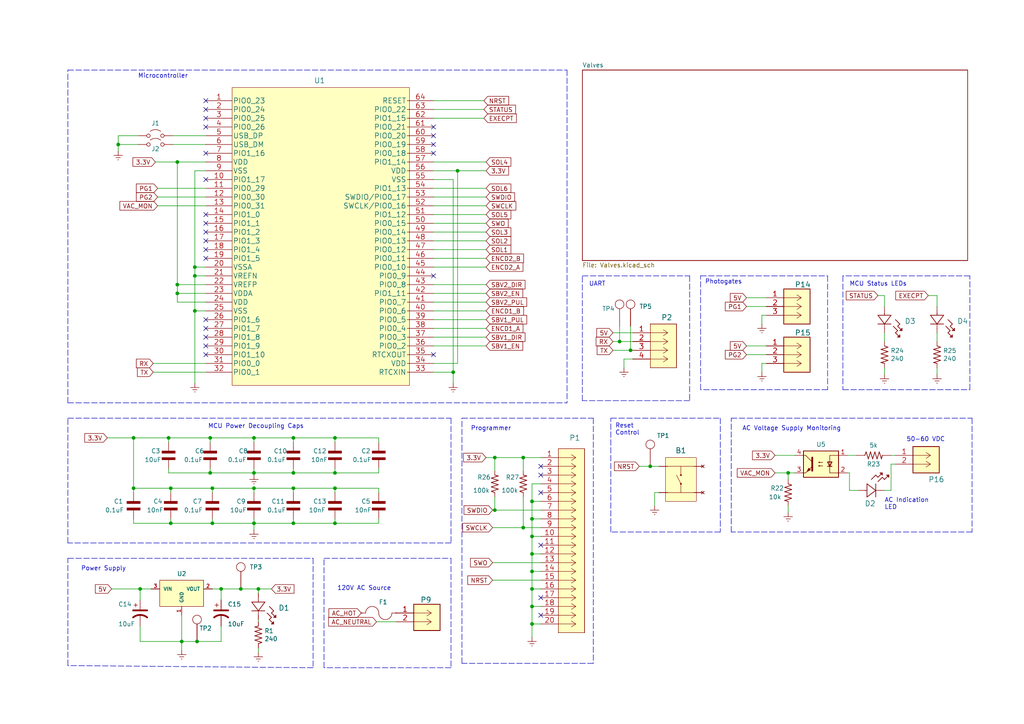
<source format=kicad_sch>
(kicad_sch (version 20211123) (generator eeschema)
  (paper "A4")
  (title_block (title "L0005 Valve Controller") (date "2021-12-25") (rev "1.0") (company "Sun Devil Rocketry ") (comment 1 "Avionics Team") (comment 2 "Author: Colton Acosta"))
  (lib_symbols
    (symbol "Engine-Controller:RES_0805" (pin_numbers hide) (pin_names (offset 1.016) hide)
      (property "Reference" "R" (at -1.27 1.27 0))
      (property "Value" "Engine-Controller_RES_0805" (at -3.81 -2.54 0))
      (symbol "RES_0805_0_0"
        (pin passive line (at -5.08 0 0) (length 2.54) (name "~") (number "1"))
        (pin passive line (at 5.08 0 180) (length 2.54) (name "~") (number "2"))
      )
    )
    (symbol "L0005-Valve-Controller:0678L9100-02" (pin_numbers hide) (pin_names (offset 1.016) hide)
      (property "Reference" "F" (at -5.08 2.54 0))
      (symbol "0678L9100-02_0_0"
        (pin passive line (at -5.08 0 0) (length 0.254) (name "~") (number "1"))
        (pin passive line (at 5.08 0 180) (length 0.254) (name "~") (number "2"))
      )
    )
    (symbol "L0005-Valve-Controller:140-504-415-000" (pin_names (offset 0.254) hide)
      (property "Reference" "P" (at 7.62 5.08 0))
      (symbol "140-504-415-000_1_1"
        (pin passive line (at 0 0 0) (length 5.08) (name "+12V") (number "1"))
        (pin passive line (at 0 -2.54 0) (length 5.08) (name "GND") (number "2"))
        (pin passive line (at 0 -5.08 0) (length 5.08) (name "3") (number "3"))
        (pin passive line (at 0 -7.62 0) (length 5.08) (name "4") (number "4"))
      )
    )
    (symbol "L0005-Valve-Controller:3220-20-0200-00" (pin_names (offset 0.254) hide)
      (property "Reference" "P" (at 8.89 6.35 0))
      (symbol "3220-20-0200-00_1_1"
        (pin passive line (at 0 0 0) (length 5.08) (name "1") (number "1"))
        (pin passive line (at 0 -22.86 0) (length 5.08) (name "10") (number "10"))
        (pin passive line (at 0 -25.4 0) (length 5.08) (name "11") (number "11"))
        (pin passive line (at 0 -27.94 0) (length 5.08) (name "12") (number "12"))
        (pin passive line (at 0 -30.48 0) (length 5.08) (name "13") (number "13"))
        (pin passive line (at 0 -33.02 0) (length 5.08) (name "14") (number "14"))
        (pin passive line (at 0 -35.56 0) (length 5.08) (name "15") (number "15"))
        (pin passive line (at 0 -38.1 0) (length 5.08) (name "16") (number "16"))
        (pin passive line (at 0 -40.64 0) (length 5.08) (name "17") (number "17"))
        (pin passive line (at 0 -43.18 0) (length 5.08) (name "18") (number "18"))
        (pin passive line (at 0 -45.72 0) (length 5.08) (name "19") (number "19"))
        (pin passive line (at 0 -2.54 0) (length 5.08) (name "2") (number "2"))
        (pin passive line (at 0 -48.26 0) (length 5.08) (name "20") (number "20"))
        (pin passive line (at 0 -5.08 0) (length 5.08) (name "3") (number "3"))
        (pin passive line (at 0 -7.62 0) (length 5.08) (name "4") (number "4"))
        (pin passive line (at 0 -10.16 0) (length 5.08) (name "5") (number "5"))
        (pin passive line (at 0 -12.7 0) (length 5.08) (name "6") (number "6"))
        (pin passive line (at 0 -15.24 0) (length 5.08) (name "7") (number "7"))
        (pin passive line (at 0 -17.78 0) (length 5.08) (name "8") (number "8"))
        (pin passive line (at 0 -20.32 0) (length 5.08) (name "9") (number "9"))
      )
    )
    (symbol "L0005-Valve-Controller:647676-2" (pin_names (offset 0.254) hide)
      (property "Reference" "P" (at 6.35 5.08 0))
      (symbol "647676-2_1_1"
        (pin passive line (at 0 0 0) (length 5.08) (name "1") (number "1"))
        (pin passive line (at 0 -2.54 0) (length 5.08) (name "2") (number "2"))
      )
    )
    (symbol "L0005-Valve-Controller:647676-3" (pin_names (offset 0.254) hide)
      (property "Reference" "P" (at 6.35 5.08 0))
      (symbol "647676-3_1_1"
        (pin passive line (at 0 0 0) (length 5.08) (name "1") (number "1"))
        (pin passive line (at 0 -2.54 0) (length 5.08) (name "2") (number "2"))
        (pin passive line (at 0 -5.08 0) (length 5.08) (name "3") (number "3"))
      )
    )
    (symbol "L0005-Valve-Controller:CAP_0603" (pin_numbers hide) (pin_names (offset 1.016) hide)
      (property "Reference" "C" (at -1.27 3.81 0))
      (property "Value" "CAP_0603" (at -3.81 -3.81 0))
      (symbol "CAP_0603_0_0"
        (pin passive line (at 3.81 0 180) (length 2.54) (name "~") (number "1"))
        (pin passive line (at -3.81 0 0) (length 2.54) (name "~") (number "2"))
      )
    )
    (symbol "L0005-Valve-Controller:CAP_Polar" (pin_numbers hide) (pin_names (offset 0.254) hide)
      (property "Reference" "C" (at 0.635 2.54 0))
      (property "Value" "CAP_Polar" (at 0.635 -2.54 0))
      (symbol "CAP_Polar_1_1"
        (pin passive line (at 0 3.81 270) (length 2.794) (name "~") (number "1"))
        (pin passive line (at 0 -3.81 90) (length 3.302) (name "~") (number "2"))
      )
    )
    (symbol "L0005-Valve-Controller:Earth" (power) (pin_names (offset 0))
      (symbol "Earth_1_1"
        (pin power_in line (at 0 0 270) (length 0) hide (name "Earth") (number "1"))
      )
    )
    (symbol "L0005-Valve-Controller:Jumper_NO" (pin_numbers hide) (pin_names (offset 0) hide)
      (property "Reference" "J" (at 0 2.794 0))
      (symbol "Jumper_NO_1_1"
        (pin passive line (at -5.08 0 0) (length 2.54) (name "A") (number "1"))
        (pin passive line (at 5.08 0 180) (length 2.54) (name "B") (number "2"))
      )
    )
    (symbol "L0005-Valve-Controller:LED_AMBER" (pin_numbers hide) (pin_names hide)
      (property "Reference" "D" (at 3.81 5.08 0))
      (symbol "LED_AMBER_1_1"
        (pin passive line (at 0 -2.54 90) (length 1.27) (name "1") (number "1"))
        (pin passive line (at 0 5.08 270) (length 1.27) (name "2") (number "2"))
      )
    )
    (symbol "L0005-Valve-Controller:LED_GREEN" (pin_numbers hide) (pin_names hide)
      (property "Reference" "D" (at 3.81 5.08 0))
      (symbol "LED_GREEN_1_1"
        (pin passive line (at 0 -2.54 90) (length 1.27) (name "1") (number "1"))
        (pin passive line (at 0 5.08 270) (length 1.27) (name "2") (number "2"))
      )
    )
    (symbol "L0005-Valve-Controller:LED_RED" (pin_numbers hide) (pin_names hide)
      (property "Reference" "D" (at 3.81 5.08 0))
      (symbol "LED_RED_1_1"
        (pin passive line (at 0 -2.54 90) (length 1.27) (name "1") (number "1"))
        (pin passive line (at 0 5.08 270) (length 1.27) (name "2") (number "2"))
      )
    )
    (symbol "L0005-Valve-Controller:LMS8117AMP-3.3_NOPB" (pin_names (offset 1.016))
      (property "Reference" "U" (at -1.27 5.08 0))
      (symbol "LMS8117AMP-3.3_NOPB_1_1"
        (pin input line (at 0 -6.35 90) (length 2.54) (name "GND") (number "1"))
        (pin output line (at 8.89 1.27 180) (length 2.54) (name "VOUT") (number "2"))
        (pin input line (at -8.89 1.27 0) (length 2.54) (name "VIN") (number "3"))
      )
    )
    (symbol "L0005-Valve-Controller:LPC54113J256BD64QL" (pin_names (offset 0.254))
      (property "Reference" "U" (at -0.635 48.26 0))
      (symbol "LPC54113J256BD64QL_1_1"
        (pin bidirectional line (at -33.655 38.1 0) (length 7.62) (name "PIO0_23") (number "1"))
        (pin bidirectional line (at -33.655 15.24 0) (length 7.62) (name "PIO1_17") (number "10"))
        (pin bidirectional line (at -33.655 12.7 0) (length 7.62) (name "PIO0_29") (number "11"))
        (pin bidirectional line (at -33.655 10.16 0) (length 7.62) (name "PIO0_30") (number "12"))
        (pin bidirectional line (at -33.655 7.62 0) (length 7.62) (name "PIO0_31") (number "13"))
        (pin bidirectional line (at -33.655 5.08 0) (length 7.62) (name "PIO1_0") (number "14"))
        (pin bidirectional line (at -33.655 2.54 0) (length 7.62) (name "PIO1_1") (number "15"))
        (pin bidirectional line (at -33.655 0 0) (length 7.62) (name "PIO1_2") (number "16"))
        (pin bidirectional line (at -33.655 -2.54 0) (length 7.62) (name "PIO1_3") (number "17"))
        (pin bidirectional line (at -33.655 -5.08 0) (length 7.62) (name "PIO1_4") (number "18"))
        (pin bidirectional line (at -33.655 -7.62 0) (length 7.62) (name "PIO1_5") (number "19"))
        (pin bidirectional line (at -33.655 35.56 0) (length 7.62) (name "PIO0_24") (number "2"))
        (pin power_in line (at -33.655 -10.16 0) (length 7.62) (name "VSSA") (number "20"))
        (pin power_in line (at -33.655 -12.7 0) (length 7.62) (name "VREFN") (number "21"))
        (pin power_in line (at -33.655 -15.24 0) (length 7.62) (name "VREFP") (number "22"))
        (pin power_in line (at -33.655 -17.78 0) (length 7.62) (name "VDDA") (number "23"))
        (pin power_in line (at -33.655 -20.32 0) (length 7.62) (name "VDD") (number "24"))
        (pin power_in line (at -33.655 -22.86 0) (length 7.62) (name "VSS") (number "25"))
        (pin bidirectional line (at -33.655 -25.4 0) (length 7.62) (name "PIO1_6") (number "26"))
        (pin bidirectional line (at -33.655 -27.94 0) (length 7.62) (name "PIO1_7") (number "27"))
        (pin bidirectional line (at -33.655 -30.48 0) (length 7.62) (name "PIO1_8") (number "28"))
        (pin bidirectional line (at -33.655 -33.02 0) (length 7.62) (name "PIO1_9") (number "29"))
        (pin bidirectional line (at -33.655 33.02 0) (length 7.62) (name "PIO0_25") (number "3"))
        (pin bidirectional line (at -33.655 -35.56 0) (length 7.62) (name "PIO1_10") (number "30"))
        (pin bidirectional line (at -33.655 -38.1 0) (length 7.62) (name "PIO0_0") (number "31"))
        (pin bidirectional line (at -33.655 -40.64 0) (length 7.62) (name "PIO0_1") (number "32"))
        (pin input line (at 32.385 -40.64 180) (length 7.62) (name "RTCXIN") (number "33"))
        (pin power_in line (at 32.385 -38.1 180) (length 7.62) (name "VDD") (number "34"))
        (pin output line (at 32.385 -35.56 180) (length 7.62) (name "RTCXOUT") (number "35"))
        (pin bidirectional line (at 32.385 -33.02 180) (length 7.62) (name "PIO0_2") (number "36"))
        (pin bidirectional line (at 32.385 -30.48 180) (length 7.62) (name "PIO0_3") (number "37"))
        (pin bidirectional line (at 32.385 -27.94 180) (length 7.62) (name "PIO0_4") (number "38"))
        (pin bidirectional line (at 32.385 -25.4 180) (length 7.62) (name "PIO0_5") (number "39"))
        (pin bidirectional line (at -33.655 30.48 0) (length 7.62) (name "PIO0_26") (number "4"))
        (pin bidirectional line (at 32.385 -22.86 180) (length 7.62) (name "PIO0_6") (number "40"))
        (pin bidirectional line (at 32.385 -20.32 180) (length 7.62) (name "PIO0_7") (number "41"))
        (pin bidirectional line (at 32.385 -17.78 180) (length 7.62) (name "PIO1_11") (number "42"))
        (pin bidirectional line (at 32.385 -15.24 180) (length 7.62) (name "PIO0_8") (number "43"))
        (pin bidirectional line (at 32.385 -12.7 180) (length 7.62) (name "PIO0_9") (number "44"))
        (pin bidirectional line (at 32.385 -10.16 180) (length 7.62) (name "PIO0_10") (number "45"))
        (pin bidirectional line (at 32.385 -7.62 180) (length 7.62) (name "PIO0_11") (number "46"))
        (pin bidirectional line (at 32.385 -5.08 180) (length 7.62) (name "PIO0_12") (number "47"))
        (pin bidirectional line (at 32.385 -2.54 180) (length 7.62) (name "PIO0_13") (number "48"))
        (pin bidirectional line (at 32.385 0 180) (length 7.62) (name "PIO0_14") (number "49"))
        (pin bidirectional line (at -33.655 27.94 0) (length 7.62) (name "USB_DP") (number "5"))
        (pin bidirectional line (at 32.385 2.54 180) (length 7.62) (name "PIO0_15") (number "50"))
        (pin bidirectional line (at 32.385 5.08 180) (length 7.62) (name "PIO1_12") (number "51"))
        (pin bidirectional line (at 32.385 7.62 180) (length 7.62) (name "SWCLK/PIO0_16") (number "52"))
        (pin bidirectional line (at 32.385 10.16 180) (length 7.62) (name "SWDIO/PIO0_17") (number "53"))
        (pin bidirectional line (at 32.385 12.7 180) (length 7.62) (name "PIO1_13") (number "54"))
        (pin power_in line (at 32.385 15.24 180) (length 7.62) (name "VSS") (number "55"))
        (pin power_in line (at 32.385 17.78 180) (length 7.62) (name "VDD") (number "56"))
        (pin bidirectional line (at 32.385 20.32 180) (length 7.62) (name "PIO1_14") (number "57"))
        (pin bidirectional line (at 32.385 22.86 180) (length 7.62) (name "PIO0_18") (number "58"))
        (pin bidirectional line (at 32.385 25.4 180) (length 7.62) (name "PIO0_19") (number "59"))
        (pin bidirectional line (at -33.655 25.4 0) (length 7.62) (name "USB_DM") (number "6"))
        (pin bidirectional line (at 32.385 27.94 180) (length 7.62) (name "PIO0_20") (number "60"))
        (pin bidirectional line (at 32.385 30.48 180) (length 7.62) (name "PIO0_21") (number "61"))
        (pin bidirectional line (at 32.385 33.02 180) (length 7.62) (name "PIO1_15") (number "62"))
        (pin bidirectional line (at 32.385 35.56 180) (length 7.62) (name "PIO0_22") (number "63"))
        (pin input line (at 32.385 38.1 180) (length 7.62) (name "RESET") (number "64"))
        (pin bidirectional line (at -33.655 22.86 0) (length 7.62) (name "PIO1_16") (number "7"))
        (pin power_in line (at -33.655 20.32 0) (length 7.62) (name "VDD") (number "8"))
        (pin power_in line (at -33.655 17.78 0) (length 7.62) (name "VSS") (number "9"))
      )
    )
    (symbol "L0005-Valve-Controller:Optocoupler" (pin_names (offset 1.016))
      (property "Reference" "U" (at -5.08 5.08 0))
      (symbol "Optocoupler_1_1"
        (pin passive line (at -7.62 2.54 0) (length 2.54) (name "~") (number "1"))
        (pin passive line (at -7.62 -2.54 0) (length 2.54) (name "~") (number "2"))
        (pin passive line (at 7.62 -2.54 180) (length 2.54) (name "~") (number "3"))
        (pin passive line (at 7.62 2.54 180) (length 2.54) (name "~") (number "4"))
      )
    )
    (symbol "L0005-Valve-Controller:PTS647SM38SMTR2LFS" (pin_numbers hide) (pin_names (offset 0.254) hide)
      (property "Reference" "B" (at -1.27 8.89 0))
      (symbol "PTS647SM38SMTR2LFS_1_1"
        (pin passive line (at -6.35 3.81 0) (length 2.54) (name "1") (number "1"))
        (pin no_connect line (at 6.35 3.81 180) (length 2.54) (name "2") (number "2"))
        (pin passive line (at -6.35 -3.81 0) (length 2.54) (name "3") (number "3"))
        (pin no_connect line (at 6.35 -3.81 180) (length 2.54) (name "4") (number "4"))
      )
    )
    (symbol "L0005-Valve-Controller:RES_0603" (pin_numbers hide) (pin_names (offset 1.016) hide)
      (property "Reference" "R" (at -1.27 1.27 0))
      (property "Value" "RES_0603" (at -3.81 -2.54 0))
      (symbol "RES_0603_0_0"
        (pin passive line (at -3.81 0 0) (length 1.27) (name "~") (number "1"))
        (pin passive line (at 3.81 0 180) (length 1.27) (name "~") (number "2"))
      )
    )
    (symbol "L0005-Valve-Controller:TP" (pin_numbers hide) (pin_names (offset 1.016) hide)
      (property "Reference" "TP" (at 0 8.89 0))
      (symbol "TP_1_1"
        (pin passive line (at 0 0 90) (length 5.08) (name "~") (number "1"))
      )
    )
  )
  (junction (at 85.09 127))
  (junction (at 154.305 145.415))
  (junction (at 48.895 127))
  (junction (at 143.51 147.955))
  (junction (at 64.135 170.815))
  (junction (at 73.66 137.16))
  (junction (at 61.595 141.605))
  (junction (at 182.88 101.6))
  (junction (at 131.445 107.95))
  (junction (at 61.595 151.765))
  (junction (at 51.435 46.99))
  (junction (at 154.305 155.575))
  (junction (at 73.66 141.605))
  (junction (at 97.155 141.605))
  (junction (at 97.155 151.765))
  (junction (at 179.705 99.06))
  (junction (at 143.51 132.715))
  (junction (at 97.155 137.16))
  (junction (at 57.15 186.055))
  (junction (at 188.595 135.255))
  (junction (at 97.155 127))
  (junction (at 49.53 151.765))
  (junction (at 151.765 132.715))
  (junction (at 154.305 180.975))
  (junction (at 154.305 175.895))
  (junction (at 49.53 141.605))
  (junction (at 151.765 153.035))
  (junction (at 56.515 80.01))
  (junction (at 154.305 170.815))
  (junction (at 154.305 165.735))
  (junction (at 132.715 49.53))
  (junction (at 73.66 151.765))
  (junction (at 38.735 127))
  (junction (at 154.305 160.655))
  (junction (at 73.66 127))
  (junction (at 85.09 141.605))
  (junction (at 85.09 151.765))
  (junction (at 51.435 85.09))
  (junction (at 228.6 137.16))
  (junction (at 74.93 170.815))
  (junction (at 38.735 141.605))
  (junction (at 56.515 77.47))
  (junction (at 51.435 82.55))
  (junction (at 85.09 137.16))
  (junction (at 154.305 150.495))
  (junction (at 60.96 137.16))
  (junction (at 40.64 170.815))
  (junction (at 52.705 186.055))
  (junction (at 60.96 127))
  (junction (at 69.85 170.815))
  (junction (at 56.515 90.17))
  (junction (at 34.29 41.91))
  (no_connect (at 59.69 97.79))
  (no_connect (at 156.845 137.795))
  (no_connect (at 59.69 92.71))
  (no_connect (at 59.69 95.25))
  (no_connect (at 59.69 34.29))
  (no_connect (at 59.69 74.93))
  (no_connect (at 59.69 102.87))
  (no_connect (at 59.69 52.07))
  (no_connect (at 59.69 64.77))
  (no_connect (at 59.69 72.39))
  (no_connect (at 59.69 44.45))
  (no_connect (at 156.845 142.875))
  (no_connect (at 125.73 80.01))
  (no_connect (at 59.69 62.23))
  (no_connect (at 59.69 100.33))
  (no_connect (at 59.69 67.31))
  (no_connect (at 125.73 39.37))
  (no_connect (at 125.73 36.83))
  (no_connect (at 59.69 31.75))
  (no_connect (at 59.69 29.21))
  (no_connect (at 156.845 135.255))
  (no_connect (at 59.69 36.83))
  (no_connect (at 156.845 178.435))
  (no_connect (at 125.73 44.45))
  (no_connect (at 125.73 102.87))
  (no_connect (at 125.73 41.91))
  (no_connect (at 156.845 173.355))
  (no_connect (at 59.69 69.85))
  (no_connect (at 156.845 158.115))
  (polyline (pts (xy 90.805 161.925) (xy 90.805 193.675)))
  (wire (pts (xy 156.845 147.955) (xy 143.51 147.955)))
  (wire (pts (xy 140.97 72.39) (xy 125.73 72.39)))
  (wire (pts (xy 40.64 181.61) (xy 40.64 186.055)))
  (wire (pts (xy 140.97 90.17) (xy 125.73 90.17)))
  (wire (pts (xy 74.93 189.23) (xy 74.93 187.96)))
  (wire (pts (xy 60.96 128.27) (xy 60.96 127)))
  (polyline (pts (xy 172.085 121.285) (xy 172.085 192.405)))
  (wire (pts (xy 143.51 132.715) (xy 143.51 136.525)))
  (wire (pts (xy 182.88 101.6) (xy 183.515 101.6)))
  (wire (pts (xy 32.385 170.815) (xy 40.64 170.815)))
  (polyline (pts (xy 244.475 80.01) (xy 244.475 113.03)))
  (wire (pts (xy 189.865 146.685) (xy 189.865 142.875)))
  (wire (pts (xy 97.155 137.16) (xy 97.155 135.89)))
  (wire (pts (xy 125.73 77.47) (xy 140.97 77.47)))
  (wire (pts (xy 179.705 94.615) (xy 179.705 99.06)))
  (wire (pts (xy 38.735 141.605) (xy 49.53 141.605)))
  (polyline (pts (xy 172.085 192.405) (xy 133.985 192.405)))
  (wire (pts (xy 156.845 165.735) (xy 154.305 165.735)))
  (wire (pts (xy 182.88 94.615) (xy 182.88 101.6)))
  (wire (pts (xy 189.865 142.875) (xy 191.135 142.875)))
  (wire (pts (xy 49.53 141.605) (xy 49.53 142.875)))
  (polyline (pts (xy 212.09 154.305) (xy 212.09 121.285)))
  (wire (pts (xy 56.515 80.01) (xy 56.515 90.17)))
  (wire (pts (xy 109.855 137.16) (xy 109.855 135.89)))
  (wire (pts (xy 140.97 59.69) (xy 125.73 59.69)))
  (wire (pts (xy 143.51 144.145) (xy 143.51 147.955)))
  (polyline (pts (xy 19.685 116.84) (xy 164.465 116.84)))
  (polyline (pts (xy 244.475 113.03) (xy 281.305 113.03)))
  (wire (pts (xy 38.735 141.605) (xy 38.735 127)))
  (wire (pts (xy 224.79 137.16) (xy 228.6 137.16)))
  (wire (pts (xy 132.715 105.41) (xy 125.73 105.41)))
  (wire (pts (xy 38.735 151.765) (xy 49.53 151.765)))
  (wire (pts (xy 140.97 57.15) (xy 125.73 57.15)))
  (wire (pts (xy 45.72 54.61) (xy 59.69 54.61)))
  (wire (pts (xy 156.845 140.335) (xy 154.305 140.335)))
  (wire (pts (xy 59.69 77.47) (xy 56.515 77.47)))
  (wire (pts (xy 220.98 105.41) (xy 222.25 105.41)))
  (wire (pts (xy 60.96 127) (xy 73.66 127)))
  (polyline (pts (xy 177.165 121.285) (xy 208.915 121.285)))
  (wire (pts (xy 246.38 137.16) (xy 245.745 137.16)))
  (wire (pts (xy 180.975 106.68) (xy 180.975 104.14)))
  (wire (pts (xy 61.595 150.495) (xy 61.595 151.765)))
  (wire (pts (xy 64.135 186.055) (xy 64.135 181.61)))
  (wire (pts (xy 73.66 151.765) (xy 73.66 153.67)))
  (wire (pts (xy 179.705 99.06) (xy 183.515 99.06)))
  (wire (pts (xy 52.705 188.595) (xy 52.705 186.055)))
  (wire (pts (xy 38.735 150.495) (xy 38.735 151.765)))
  (wire (pts (xy 151.765 132.715) (xy 151.765 136.525)))
  (wire (pts (xy 51.435 82.55) (xy 59.69 82.55)))
  (polyline (pts (xy 130.81 161.925) (xy 130.81 193.675)))
  (wire (pts (xy 216.535 100.33) (xy 222.25 100.33)))
  (polyline (pts (xy 168.91 80.01) (xy 200.025 80.01)))
  (wire (pts (xy 125.73 74.93) (xy 140.97 74.93)))
  (wire (pts (xy 85.09 127) (xy 97.155 127)))
  (wire (pts (xy 38.735 142.875) (xy 38.735 141.605)))
  (wire (pts (xy 59.69 49.53) (xy 56.515 49.53)))
  (wire (pts (xy 177.8 96.52) (xy 183.515 96.52)))
  (wire (pts (xy 156.845 175.895) (xy 154.305 175.895)))
  (wire (pts (xy 156.845 145.415) (xy 154.305 145.415)))
  (wire (pts (xy 61.595 170.815) (xy 64.135 170.815)))
  (polyline (pts (xy 130.81 157.48) (xy 19.685 157.48)))
  (wire (pts (xy 85.09 137.16) (xy 97.155 137.16)))
  (wire (pts (xy 248.92 142.24) (xy 246.38 142.24)))
  (wire (pts (xy 156.845 160.655) (xy 154.305 160.655)))
  (wire (pts (xy 154.305 155.575) (xy 154.305 160.655)))
  (wire (pts (xy 140.335 34.29) (xy 125.73 34.29)))
  (wire (pts (xy 156.845 153.035) (xy 151.765 153.035)))
  (wire (pts (xy 228.6 139.065) (xy 228.6 137.16)))
  (wire (pts (xy 151.765 153.035) (xy 142.875 153.035)))
  (wire (pts (xy 73.66 150.495) (xy 73.66 151.765)))
  (wire (pts (xy 64.135 173.99) (xy 64.135 170.815)))
  (wire (pts (xy 51.435 46.99) (xy 51.435 82.55)))
  (wire (pts (xy 125.73 46.99) (xy 140.97 46.99)))
  (wire (pts (xy 258.445 142.24) (xy 258.445 134.62)))
  (wire (pts (xy 85.09 151.765) (xy 97.155 151.765)))
  (wire (pts (xy 246.38 142.24) (xy 246.38 137.16)))
  (wire (pts (xy 59.69 80.01) (xy 56.515 80.01)))
  (wire (pts (xy 48.895 128.27) (xy 48.895 127)))
  (wire (pts (xy 61.595 141.605) (xy 49.53 141.605)))
  (wire (pts (xy 73.66 142.875) (xy 73.66 141.605)))
  (polyline (pts (xy 240.03 113.03) (xy 203.2 113.03)))
  (wire (pts (xy 125.73 49.53) (xy 132.715 49.53)))
  (polyline (pts (xy 90.805 193.675) (xy 19.685 193.04)))
  (wire (pts (xy 34.29 39.37) (xy 40.005 39.37)))
  (wire (pts (xy 156.845 150.495) (xy 154.305 150.495)))
  (polyline (pts (xy 164.465 20.32) (xy 164.465 116.84)))
  (wire (pts (xy 151.765 132.715) (xy 156.845 132.715)))
  (polyline (pts (xy 208.915 154.305) (xy 177.165 154.305)))
  (wire (pts (xy 49.53 151.765) (xy 49.53 150.495)))
  (wire (pts (xy 97.155 141.605) (xy 97.155 142.875)))
  (wire (pts (xy 34.29 41.91) (xy 34.29 39.37)))
  (wire (pts (xy 125.73 64.77) (xy 140.97 64.77)))
  (wire (pts (xy 74.93 180.34) (xy 74.93 179.705)))
  (wire (pts (xy 185.42 135.255) (xy 188.595 135.255)))
  (wire (pts (xy 245.745 132.08) (xy 248.285 132.08)))
  (wire (pts (xy 48.895 137.16) (xy 60.96 137.16)))
  (wire (pts (xy 216.535 102.87) (xy 222.25 102.87)))
  (wire (pts (xy 109.855 127) (xy 109.855 128.27)))
  (wire (pts (xy 143.51 147.955) (xy 142.875 147.955)))
  (wire (pts (xy 140.97 97.79) (xy 125.73 97.79)))
  (polyline (pts (xy 19.685 121.285) (xy 130.81 121.285)))
  (wire (pts (xy 109.22 180.34) (xy 114.935 180.34)))
  (wire (pts (xy 140.97 132.715) (xy 143.51 132.715)))
  (wire (pts (xy 48.895 127) (xy 60.96 127)))
  (wire (pts (xy 59.69 87.63) (xy 51.435 87.63)))
  (wire (pts (xy 40.64 170.815) (xy 43.815 170.815)))
  (wire (pts (xy 220.98 107.95) (xy 220.98 105.41)))
  (wire (pts (xy 228.6 146.685) (xy 228.6 148.59)))
  (wire (pts (xy 125.73 87.63) (xy 140.97 87.63)))
  (wire (pts (xy 125.73 69.85) (xy 140.97 69.85)))
  (polyline (pts (xy 19.685 193.04) (xy 19.685 161.925)))
  (wire (pts (xy 52.705 186.055) (xy 52.705 178.435)))
  (wire (pts (xy 85.09 141.605) (xy 73.66 141.605)))
  (wire (pts (xy 59.69 90.17) (xy 56.515 90.17)))
  (wire (pts (xy 143.51 132.715) (xy 151.765 132.715)))
  (polyline (pts (xy 200.025 80.01) (xy 200.025 116.205)))
  (polyline (pts (xy 208.915 121.285) (xy 208.915 154.305)))
  (wire (pts (xy 40.64 186.055) (xy 52.705 186.055)))
  (wire (pts (xy 85.09 142.875) (xy 85.09 141.605)))
  (wire (pts (xy 52.705 186.055) (xy 57.15 186.055)))
  (wire (pts (xy 40.64 173.99) (xy 40.64 170.815)))
  (wire (pts (xy 69.85 170.815) (xy 74.93 170.815)))
  (wire (pts (xy 60.96 137.16) (xy 73.66 137.16)))
  (wire (pts (xy 51.435 46.99) (xy 59.69 46.99)))
  (wire (pts (xy 109.855 151.765) (xy 109.855 150.495)))
  (wire (pts (xy 56.515 77.47) (xy 56.515 80.01)))
  (wire (pts (xy 50.165 39.37) (xy 59.69 39.37)))
  (wire (pts (xy 216.535 86.36) (xy 222.25 86.36)))
  (polyline (pts (xy 200.025 116.205) (xy 168.91 116.205)))
  (wire (pts (xy 50.165 41.91) (xy 59.69 41.91)))
  (polyline (pts (xy 19.685 20.32) (xy 164.465 20.32)))
  (wire (pts (xy 59.69 105.41) (xy 44.45 105.41)))
  (wire (pts (xy 97.155 151.765) (xy 109.855 151.765)))
  (wire (pts (xy 51.435 82.55) (xy 51.435 85.09)))
  (wire (pts (xy 85.09 150.495) (xy 85.09 151.765)))
  (wire (pts (xy 154.305 140.335) (xy 154.305 145.415)))
  (wire (pts (xy 73.66 127) (xy 85.09 127)))
  (wire (pts (xy 156.845 155.575) (xy 154.305 155.575)))
  (wire (pts (xy 85.09 151.765) (xy 73.66 151.765)))
  (wire (pts (xy 45.085 46.99) (xy 51.435 46.99)))
  (wire (pts (xy 51.435 85.09) (xy 59.69 85.09)))
  (wire (pts (xy 109.855 141.605) (xy 109.855 142.875)))
  (wire (pts (xy 140.97 62.23) (xy 125.73 62.23)))
  (wire (pts (xy 140.97 95.25) (xy 125.73 95.25)))
  (polyline (pts (xy 168.91 116.205) (xy 168.91 80.01)))
  (wire (pts (xy 85.09 135.89) (xy 85.09 137.16)))
  (wire (pts (xy 56.515 90.17) (xy 56.515 111.125)))
  (wire (pts (xy 56.515 49.53) (xy 56.515 77.47)))
  (polyline (pts (xy 203.2 113.03) (xy 203.2 80.01)))
  (wire (pts (xy 97.155 141.605) (xy 109.855 141.605)))
  (polyline (pts (xy 281.305 113.03) (xy 281.305 80.01)))
  (wire (pts (xy 60.96 135.89) (xy 60.96 137.16)))
  (wire (pts (xy 216.535 88.9) (xy 222.25 88.9)))
  (wire (pts (xy 220.98 93.98) (xy 220.98 91.44)))
  (wire (pts (xy 154.305 170.815) (xy 154.305 175.895)))
  (polyline (pts (xy 19.685 116.84) (xy 19.685 20.32)))
  (wire (pts (xy 64.135 170.815) (xy 69.85 170.815)))
  (wire (pts (xy 48.895 127) (xy 38.735 127)))
  (wire (pts (xy 188.595 135.255) (xy 191.135 135.255)))
  (wire (pts (xy 180.975 104.14) (xy 183.515 104.14)))
  (wire (pts (xy 48.895 135.89) (xy 48.895 137.16)))
  (wire (pts (xy 73.66 127) (xy 73.66 128.27)))
  (wire (pts (xy 97.155 137.16) (xy 109.855 137.16)))
  (wire (pts (xy 154.305 150.495) (xy 154.305 155.575)))
  (wire (pts (xy 256.54 108.585) (xy 256.54 106.68)))
  (wire (pts (xy 228.6 137.16) (xy 230.505 137.16)))
  (polyline (pts (xy 19.685 161.925) (xy 90.805 161.925)))
  (wire (pts (xy 154.305 165.735) (xy 154.305 170.815)))
  (polyline (pts (xy 133.985 121.285) (xy 172.085 121.285)))
  (wire (pts (xy 74.93 172.085) (xy 74.93 170.815)))
  (wire (pts (xy 224.79 132.08) (xy 230.505 132.08)))
  (wire (pts (xy 51.435 87.63) (xy 51.435 85.09)))
  (wire (pts (xy 125.73 100.33) (xy 140.97 100.33)))
  (wire (pts (xy 258.445 134.62) (xy 259.715 134.62)))
  (wire (pts (xy 256.54 142.24) (xy 258.445 142.24)))
  (wire (pts (xy 125.73 92.71) (xy 140.97 92.71)))
  (wire (pts (xy 73.66 141.605) (xy 61.595 141.605)))
  (wire (pts (xy 151.765 144.145) (xy 151.765 153.035)))
  (wire (pts (xy 132.715 49.53) (xy 140.97 49.53)))
  (wire (pts (xy 125.73 85.09) (xy 140.97 85.09)))
  (polyline (pts (xy 177.165 154.305) (xy 177.165 121.285)))
  (wire (pts (xy 59.69 107.95) (xy 44.45 107.95)))
  (wire (pts (xy 154.305 145.415) (xy 154.305 150.495)))
  (wire (pts (xy 156.845 170.815) (xy 154.305 170.815)))
  (polyline (pts (xy 93.98 161.925) (xy 130.81 161.925)))
  (wire (pts (xy 140.335 29.21) (xy 125.73 29.21)))
  (polyline (pts (xy 93.98 193.675) (xy 93.98 161.925)))
  (wire (pts (xy 34.29 43.815) (xy 34.29 41.91)))
  (wire (pts (xy 154.305 160.655) (xy 154.305 165.735)))
  (wire (pts (xy 73.66 137.795) (xy 73.66 137.16)))
  (wire (pts (xy 97.155 151.765) (xy 97.155 150.495)))
  (wire (pts (xy 74.93 170.815) (xy 78.74 170.815)))
  (wire (pts (xy 271.78 99.06) (xy 271.78 96.52)))
  (wire (pts (xy 61.595 151.765) (xy 49.53 151.765)))
  (wire (pts (xy 45.72 57.15) (xy 59.69 57.15)))
  (wire (pts (xy 125.73 82.55) (xy 140.97 82.55)))
  (wire (pts (xy 73.66 137.16) (xy 73.66 135.89)))
  (wire (pts (xy 220.98 91.44) (xy 222.25 91.44)))
  (wire (pts (xy 97.155 127) (xy 97.155 128.27)))
  (wire (pts (xy 131.445 107.95) (xy 131.445 111.125)))
  (polyline (pts (xy 203.2 80.01) (xy 240.03 80.01)))
  (polyline (pts (xy 133.985 192.405) (xy 133.985 121.285)))
  (wire (pts (xy 131.445 52.07) (xy 131.445 107.95)))
  (polyline (pts (xy 281.305 80.01) (xy 244.475 80.01)))
  (wire (pts (xy 125.73 54.61) (xy 140.97 54.61)))
  (wire (pts (xy 256.54 96.52) (xy 256.54 99.06)))
  (polyline (pts (xy 130.81 121.285) (xy 130.81 157.48)))
  (wire (pts (xy 256.54 85.725) (xy 256.54 88.9)))
  (wire (pts (xy 254.635 85.725) (xy 256.54 85.725)))
  (wire (pts (xy 177.8 99.06) (xy 179.705 99.06)))
  (wire (pts (xy 269.24 85.725) (xy 271.78 85.725)))
  (wire (pts (xy 61.595 142.875) (xy 61.595 141.605)))
  (wire (pts (xy 31.115 127) (xy 38.735 127)))
  (wire (pts (xy 57.15 186.055) (xy 64.135 186.055)))
  (wire (pts (xy 132.715 49.53) (xy 132.715 105.41)))
  (wire (pts (xy 85.09 141.605) (xy 97.155 141.605)))
  (wire (pts (xy 85.09 128.27) (xy 85.09 127)))
  (wire (pts (xy 142.875 168.275) (xy 156.845 168.275)))
  (wire (pts (xy 131.445 52.07) (xy 125.73 52.07)))
  (wire (pts (xy 156.845 163.195) (xy 142.875 163.195)))
  (wire (pts (xy 140.335 31.75) (xy 125.73 31.75)))
  (wire (pts (xy 258.445 132.08) (xy 259.715 132.08)))
  (polyline (pts (xy 212.09 121.285) (xy 281.94 121.285)))
  (wire (pts (xy 45.72 59.69) (xy 59.69 59.69)))
  (polyline (pts (xy 19.685 157.48) (xy 19.685 121.285)))
  (wire (pts (xy 154.305 175.895) (xy 154.305 180.975)))
  (polyline (pts (xy 240.03 80.01) (xy 240.03 113.03)))
  (wire (pts (xy 73.66 151.765) (xy 61.595 151.765)))
  (polyline (pts (xy 130.81 193.675) (xy 93.98 193.675)))
  (wire (pts (xy 177.8 101.6) (xy 182.88 101.6)))
  (polyline (pts (xy 281.94 154.305) (xy 212.09 154.305)))
  (polyline (pts (xy 281.94 121.285) (xy 281.94 154.305)))
  (wire (pts (xy 125.73 107.95) (xy 131.445 107.95)))
  (wire (pts (xy 34.29 41.91) (xy 40.005 41.91)))
  (wire (pts (xy 73.66 137.16) (xy 85.09 137.16)))
  (wire (pts (xy 154.305 180.975) (xy 154.305 184.785)))
  (wire (pts (xy 271.78 108.585) (xy 271.78 106.68)))
  (wire (pts (xy 271.78 85.725) (xy 271.78 88.9)))
  (wire (pts (xy 97.155 127) (xy 109.855 127)))
  (wire (pts (xy 156.845 180.975) (xy 154.305 180.975)))
  (wire (pts (xy 140.97 67.31) (xy 125.73 67.31)))
  (text "UART" (at 170.815 83.185 0) (effects (font (size 1.27 1.27)) (justify left bottom)))
  (text "Power Supply" (at 23.495 165.735 0) (effects (font (size 1.27 1.27)) (justify left bottom)))
  (text "120V AC Source" (at 97.79 171.45 0) (effects (font (size 1.27 1.27)) (justify left bottom)))
  (text "Reset \nControl" (at 178.435 126.365 0) (effects (font (size 1.27 1.27)) (justify left bottom)))
  (text "Programmer" (at 136.525 125.095 0) (effects (font (size 1.27 1.27)) (justify left bottom)))
  (text "Photogates" (at 204.47 82.55 0) (effects (font (size 1.27 1.27)) (justify left bottom)))
  (text "MCU Power Decoupling Caps" (at 60.325 124.46 0) (effects (font (size 1.27 1.27)) (justify left bottom)))
  (text "AC Indication\nLED" (at 256.54 147.955 0) (effects (font (size 1.27 1.27)) (justify left bottom)))
  (text "Microcontroller" (at 40.005 22.86 0) (effects (font (size 1.27 1.27)) (justify left bottom)))
  (text "AC Voltage Supply Monitoring" (at 215.265 125.095 0) (effects (font (size 1.27 1.27)) (justify left bottom)))
  (text "MCU Status LEDs" (at 246.38 83.185 0) (effects (font (size 1.27 1.27)) (justify left bottom)))
  (text "50-60 VDC" (at 262.89 128.27 0) (effects (font (size 1.27 1.27)) (justify left bottom)))
  (global_label "SWO" (shape input) (at 140.97 64.77 0) (property "Intersheet References" "${INTERSHEET_REFS}" (effects hide)))
  (global_label "PG1" (shape input) (at 216.535 88.9 180) (property "Intersheet References" "${INTERSHEET_REFS}" (effects hide)))
  (global_label "SBV2_DIR" (shape input) (at 140.97 82.55 0) (property "Intersheet References" "${INTERSHEET_REFS}" (effects hide)))
  (global_label "ENCD2_A" (shape input) (at 140.97 77.47 0) (property "Intersheet References" "${INTERSHEET_REFS}" (effects hide)))
  (global_label "3.3V" (shape input) (at 224.79 132.08 180) (property "Intersheet References" "${INTERSHEET_REFS}" (effects hide)))
  (global_label "SOL3" (shape input) (at 140.97 67.31 0) (property "Intersheet References" "${INTERSHEET_REFS}" (effects hide)))
  (global_label "SWCLK" (shape input) (at 142.875 153.035 180) (property "Intersheet References" "${INTERSHEET_REFS}" (effects hide)))
  (global_label "EXECPT" (shape input) (at 269.24 85.725 180) (property "Intersheet References" "${INTERSHEET_REFS}" (effects hide)))
  (global_label "RX" (shape input) (at 44.45 105.41 180) (property "Intersheet References" "${INTERSHEET_REFS}" (effects hide)))
  (global_label "SWO" (shape input) (at 142.875 163.195 180) (property "Intersheet References" "${INTERSHEET_REFS}" (effects hide)))
  (global_label "5V" (shape input) (at 216.535 86.36 180) (property "Intersheet References" "${INTERSHEET_REFS}" (effects hide)))
  (global_label "NRST" (shape input) (at 140.335 29.21 0) (property "Intersheet References" "${INTERSHEET_REFS}" (effects hide)))
  (global_label "TX" (shape input) (at 177.8 101.6 180) (property "Intersheet References" "${INTERSHEET_REFS}" (effects hide)))
  (global_label "SOL6" (shape input) (at 140.97 54.61 0) (property "Intersheet References" "${INTERSHEET_REFS}" (effects hide)))
  (global_label "ENCD2_B" (shape input) (at 140.97 74.93 0) (property "Intersheet References" "${INTERSHEET_REFS}" (effects hide)))
  (global_label "SBV2_EN" (shape input) (at 140.97 85.09 0) (property "Intersheet References" "${INTERSHEET_REFS}" (effects hide)))
  (global_label "EXECPT" (shape input) (at 140.335 34.29 0) (property "Intersheet References" "${INTERSHEET_REFS}" (effects hide)))
  (global_label "SBV1_PUL" (shape input) (at 140.97 92.71 0) (property "Intersheet References" "${INTERSHEET_REFS}" (effects hide)))
  (global_label "AC_NEUTRAL" (shape input) (at 109.22 180.34 180) (property "Intersheet References" "${INTERSHEET_REFS}" (effects hide)))
  (global_label "SWCLK" (shape input) (at 140.97 59.69 0) (property "Intersheet References" "${INTERSHEET_REFS}" (effects hide)))
  (global_label "PG2" (shape input) (at 216.535 102.87 180) (property "Intersheet References" "${INTERSHEET_REFS}" (effects hide)))
  (global_label "VAC_MON" (shape input) (at 45.72 59.69 180) (property "Intersheet References" "${INTERSHEET_REFS}" (effects hide)))
  (global_label "PG1" (shape input) (at 45.72 54.61 180) (property "Intersheet References" "${INTERSHEET_REFS}" (effects hide)))
  (global_label "3.3V" (shape input) (at 45.085 46.99 180) (property "Intersheet References" "${INTERSHEET_REFS}" (effects hide)))
  (global_label "5V" (shape input) (at 177.8 96.52 180) (property "Intersheet References" "${INTERSHEET_REFS}" (effects hide)))
  (global_label "SBV1_EN" (shape input) (at 140.97 100.33 0) (property "Intersheet References" "${INTERSHEET_REFS}" (effects hide)))
  (global_label "ENCD1_B" (shape input) (at 140.97 90.17 0) (property "Intersheet References" "${INTERSHEET_REFS}" (effects hide)))
  (global_label "PG2" (shape input) (at 45.72 57.15 180) (property "Intersheet References" "${INTERSHEET_REFS}" (effects hide)))
  (global_label "5V" (shape input) (at 32.385 170.815 180) (property "Intersheet References" "${INTERSHEET_REFS}" (effects hide)))
  (global_label "STATUS" (shape input) (at 140.335 31.75 0) (property "Intersheet References" "${INTERSHEET_REFS}" (effects hide)))
  (global_label "AC_HOT" (shape input) (at 104.775 177.8 180) (property "Intersheet References" "${INTERSHEET_REFS}" (effects hide)))
  (global_label "SOL4" (shape input) (at 140.97 46.99 0) (property "Intersheet References" "${INTERSHEET_REFS}" (effects hide)))
  (global_label "RX" (shape input) (at 177.8 99.06 180) (property "Intersheet References" "${INTERSHEET_REFS}" (effects hide)))
  (global_label "TX" (shape input) (at 44.45 107.95 180) (property "Intersheet References" "${INTERSHEET_REFS}" (effects hide)))
  (global_label "SOL5" (shape input) (at 140.97 62.23 0) (property "Intersheet References" "${INTERSHEET_REFS}" (effects hide)))
  (global_label "3.3V" (shape input) (at 31.115 127 180) (property "Intersheet References" "${INTERSHEET_REFS}" (effects hide)))
  (global_label "NRST" (shape input) (at 142.875 168.275 180) (property "Intersheet References" "${INTERSHEET_REFS}" (effects hide)))
  (global_label "VAC_MON" (shape input) (at 224.79 137.16 180) (property "Intersheet References" "${INTERSHEET_REFS}" (effects hide)))
  (global_label "SBV1_DIR" (shape input) (at 140.97 97.79 0) (property "Intersheet References" "${INTERSHEET_REFS}" (effects hide)))
  (global_label "SOL2" (shape input) (at 140.97 69.85 0) (property "Intersheet References" "${INTERSHEET_REFS}" (effects hide)))
  (global_label "SBV2_PUL" (shape input) (at 140.97 87.63 0) (property "Intersheet References" "${INTERSHEET_REFS}" (effects hide)))
  (global_label "STATUS" (shape input) (at 254.635 85.725 180) (property "Intersheet References" "${INTERSHEET_REFS}" (effects hide)))
  (global_label "SWDIO" (shape input) (at 142.875 147.955 180) (property "Intersheet References" "${INTERSHEET_REFS}" (effects hide)))
  (global_label "3.3V" (shape input) (at 78.74 170.815 0) (property "Intersheet References" "${INTERSHEET_REFS}" (effects hide)))
  (global_label "SWDIO" (shape input) (at 140.97 57.15 0) (property "Intersheet References" "${INTERSHEET_REFS}" (effects hide)))
  (global_label "NRST" (shape input) (at 185.42 135.255 180) (property "Intersheet References" "${INTERSHEET_REFS}" (effects hide)))
  (global_label "ENCD1_A" (shape input) (at 140.97 95.25 0) (property "Intersheet References" "${INTERSHEET_REFS}" (effects hide)))
  (global_label "5V" (shape input) (at 216.535 100.33 180) (property "Intersheet References" "${INTERSHEET_REFS}" (effects hide)))
  (global_label "3.3V" (shape input) (at 140.97 49.53 0) (property "Intersheet References" "${INTERSHEET_REFS}" (effects hide)))
  (global_label "SOL1" (shape input) (at 140.97 72.39 0) (property "Intersheet References" "${INTERSHEET_REFS}" (effects hide)))
  (global_label "3.3V" (shape input) (at 140.97 132.715 180) (property "Intersheet References" "${INTERSHEET_REFS}" (effects hide)))
  (symbol (lib_id "L0005-Valve-Controller:LPC54113J256BD64QL") (at 93.345 67.31 0) (unit 1)
    (property "Reference" "U1" (at 92.71 23.3426 0) (effects (font (size 1.524 1.524))))
    (property "Value" "LPC54113J256BD64QL" (effects hide))
    (property "Footprint" "L0005-Valve-Controller:LPC54113J256BD64QL" (effects hide))
  )
  (symbol (lib_id "L0005-Valve-Controller:CAP_0603") (at 109.855 132.08 270) (unit 1)
    (property "Reference" "C2" (at 104.775 130.81 90) (effects (justify left)))
    (property "Value" "0.1uF" (at 102.235 133.35 90) (effects (justify left)))
    (property "Footprint" "L0005-Valve-Controller:CAP_0603" (effects hide))
  )
  (symbol (lib_id "L0005-Valve-Controller:CAP_0603") (at 109.855 146.685 270) (unit 1)
    (property "Reference" "C5" (at 104.775 145.415 90) (effects (justify left)))
    (property "Value" "10nF" (at 102.87 147.955 90) (effects (justify left)))
    (property "Footprint" "L0005-Valve-Controller:CAP_0603" (effects hide))
  )
  (symbol (lib_id "L0005-Valve-Controller:CAP_0603") (at 85.09 146.685 270) (unit 1)
    (property "Reference" "C11" (at 78.74 145.415 90) (effects (justify left)))
    (property "Value" "0.1uF" (at 77.47 147.955 90) (effects (justify left)))
    (property "Footprint" "L0005-Valve-Controller:CAP_0603" (effects hide))
  )
  (symbol (lib_id "L0005-Valve-Controller:CAP_0603") (at 97.155 146.685 270) (unit 1)
    (property "Reference" "C13" (at 90.805 145.415 90) (effects (justify left)))
    (property "Value" "10nF" (at 89.535 147.955 90) (effects (justify left)))
    (property "Footprint" "L0005-Valve-Controller:CAP_0603" (effects hide))
  )
  (symbol (lib_id "L0005-Valve-Controller:CAP_0603") (at 38.735 146.685 270) (unit 1)
    (property "Reference" "C1" (at 33.02 145.415 90) (effects (justify left)))
    (property "Value" "0.1uF" (at 30.48 147.955 90) (effects (justify left)))
    (property "Footprint" "L0005-Valve-Controller:CAP_0603" (effects hide))
  )
  (symbol (lib_id "L0005-Valve-Controller:Earth") (at 73.66 153.67 0) (unit 1)
    (property "Reference" "#PWR02" (effects hide))
    (property "Value" "Earth" (effects hide))
  )
  (symbol (lib_id "L0005-Valve-Controller:CAP_0603") (at 49.53 146.685 270) (unit 1)
    (property "Reference" "C4" (at 44.45 145.415 90) (effects (justify left)))
    (property "Value" "10nF" (at 42.545 147.955 90) (effects (justify left)))
    (property "Footprint" "L0005-Valve-Controller:CAP_0603" (effects hide))
  )
  (symbol (lib_id "L0005-Valve-Controller:CAP_0603") (at 85.09 132.08 270) (unit 1)
    (property "Reference" "C10" (at 79.375 130.81 90) (effects (justify left)))
    (property "Value" "0.1uF" (at 77.47 133.35 90) (effects (justify left)))
    (property "Footprint" "L0005-Valve-Controller:CAP_0603" (effects hide))
  )
  (symbol (lib_id "L0005-Valve-Controller:CAP_0603") (at 97.155 132.08 270) (unit 1)
    (property "Reference" "C12" (at 90.805 130.81 90) (effects (justify left)))
    (property "Value" "10nF" (at 90.17 133.35 90) (effects (justify left)))
    (property "Footprint" "L0005-Valve-Controller:CAP_0603" (effects hide))
  )
  (symbol (lib_id "L0005-Valve-Controller:647676-2") (at 259.715 132.08 0) (unit 1)
    (property "Reference" "P16" (at 269.24 139.065 0) (effects (font (size 1.524 1.524)) (justify left)))
    (property "Value" "647676-2" (effects hide))
    (property "Footprint" "L0005-Valve-Controller:TE_647676-2" (effects hide))
  )
  (symbol (lib_id "L0005-Valve-Controller:CAP_0603") (at 61.595 146.685 270) (unit 1)
    (property "Reference" "C7" (at 55.88 145.415 90) (effects (justify left)))
    (property "Value" "0.1uF" (at 53.34 147.955 90) (effects (justify left)))
    (property "Footprint" "L0005-Valve-Controller:CAP_0603" (effects hide))
  )
  (symbol (lib_id "L0005-Valve-Controller:CAP_0603") (at 73.66 146.685 270) (unit 1)
    (property "Reference" "C9" (at 68.58 145.415 90) (effects (justify left)))
    (property "Value" "10uF" (at 66.675 147.955 90) (effects (justify left)))
    (property "Footprint" "L0005-Valve-Controller:CAP_0603" (effects hide))
  )
  (symbol (lib_id "L0005-Valve-Controller:CAP_0603") (at 73.66 132.08 270) (unit 1)
    (property "Reference" "C8" (at 69.215 130.81 90) (effects (justify left)))
    (property "Value" "0.1uF" (at 66.04 133.35 90) (effects (justify left)))
    (property "Footprint" "L0005-Valve-Controller:CAP_0603" (effects hide))
  )
  (symbol (lib_id "L0005-Valve-Controller:CAP_0603") (at 60.96 132.08 270) (unit 1)
    (property "Reference" "C6" (at 56.515 130.81 90) (effects (justify left)))
    (property "Value" "0.1uF" (at 53.34 133.35 90) (effects (justify left)))
    (property "Footprint" "L0005-Valve-Controller:CAP_0603" (effects hide))
  )
  (symbol (lib_id "L0005-Valve-Controller:CAP_0603") (at 48.895 132.08 270) (unit 1)
    (property "Reference" "C3" (at 43.815 130.81 90) (effects (justify left)))
    (property "Value" "10uF" (at 41.91 133.35 90) (effects (justify left)))
    (property "Footprint" "L0005-Valve-Controller:CAP_0603" (effects hide))
  )
  (symbol (lib_id "L0005-Valve-Controller:Optocoupler") (at 238.125 134.62 0) (mirror y) (unit 1)
    (property "Reference" "U5" (at 238.125 128.905 0))
    (property "Value" "Optocoupler" (effects hide))
    (property "Footprint" "L0005-Valve-Controller:Opto_140105146000" (effects hide))
    (property "Datasheet" "http://www.soselectronic.cz/a_info/resource/d/pc817.pdf" (effects hide))
  )
  (symbol (lib_id "L0005-Valve-Controller:3220-20-0200-00") (at 156.845 132.715 0) (unit 1)
    (property "Reference" "P1" (at 165.1 127 0) (effects (font (size 1.524 1.524)) (justify left)))
    (property "Value" "3220-20-0200-00" (effects hide))
    (property "Footprint" "L0005-Valve-Controller:3220-20-0200-00" (effects hide))
  )
  (symbol (lib_id "Engine-Controller:RES_0805") (at 253.365 132.08 0) (unit 1)
    (property "Reference" "R23" (at 253.365 134.62 0))
    (property "Value" "5k" (at 253.365 129.159 0))
    (property "Footprint" "L0005-Valve-Controller:RES_0603" (effects hide))
  )
  (symbol (lib_id "L0005-Valve-Controller:LED_GREEN") (at 254 142.24 90) (unit 1)
    (property "Reference" "D2" (at 254 146.05 90) (effects (font (size 1.524 1.524)) (justify left)))
    (property "Value" "LED_GREEN" (effects hide))
    (property "Footprint" "L0005-Valve-Controller:SML-LX1206GC-TR" (effects hide))
  )
  (symbol (lib_id "L0005-Valve-Controller:Earth") (at 154.305 184.785 0) (unit 1)
    (property "Reference" "#PWR08" (effects hide))
    (property "Value" "Earth" (effects hide))
  )
  (symbol (lib_id "L0005-Valve-Controller:Earth") (at 73.66 137.795 0) (unit 1)
    (property "Reference" "#PWR05" (effects hide))
    (property "Value" "Earth" (effects hide))
  )
  (symbol (lib_id "L0005-Valve-Controller:Earth") (at 228.6 148.59 0) (unit 1)
    (property "Reference" "#PWR029" (effects hide))
    (property "Value" "Earth" (effects hide))
  )
  (symbol (lib_id "L0005-Valve-Controller:RES_0603") (at 228.6 142.875 270) (unit 1)
    (property "Reference" "R22" (at 225.425 141.605 90))
    (property "Value" "10k" (at 224.79 144.145 90))
    (property "Footprint" "L0005-Valve-Controller:RES_0603" (effects hide))
  )
  (symbol (lib_id "L0005-Valve-Controller:Earth") (at 56.515 111.125 0) (unit 1)
    (property "Reference" "#PWR01" (effects hide))
    (property "Value" "Earth" (effects hide))
  )
  (symbol (lib_id "L0005-Valve-Controller:Earth") (at 131.445 111.125 0) (unit 1)
    (property "Reference" "#PWR07" (effects hide))
    (property "Value" "Earth" (effects hide))
  )
  (symbol (lib_id "L0005-Valve-Controller:LMS8117AMP-3.3_NOPB") (at 52.705 172.085 0) (unit 1)
    (property "Reference" "U2" (at 52.705 166.4208 0))
    (property "Value" "LMS8117AMP-3.3_NOPB" (effects hide))
    (property "Footprint" "L0005-Valve-Controller:LMS8117AMP-3.3NOPB" (effects hide))
  )
  (symbol (lib_id "L0005-Valve-Controller:Earth") (at 52.705 188.595 0) (unit 1)
    (property "Reference" "#PWR03" (effects hide))
    (property "Value" "Earth" (effects hide))
  )
  (symbol (lib_id "L0005-Valve-Controller:CAP_Polar") (at 40.64 177.8 0) (unit 1)
    (property "Reference" "C14" (at 34.29 175.26 0) (effects (justify left)))
    (property "Value" "10uF" (at 34.29 180.975 0) (effects (justify left)))
    (property "Footprint" "Engine-Controller:CWR11HH106KB" (effects hide))
  )
  (symbol (lib_id "L0005-Valve-Controller:CAP_Polar") (at 64.135 177.8 0) (unit 1)
    (property "Reference" "C15" (at 66.04 175.26 0) (effects (justify left)))
    (property "Value" "10uF" (at 66.04 180.975 0) (effects (justify left)))
    (property "Footprint" "Engine-Controller:CWR11HH106KB" (effects hide))
  )
  (symbol (lib_id "L0005-Valve-Controller:LED_GREEN") (at 74.93 177.165 0) (unit 1)
    (property "Reference" "D1" (at 80.7466 176.3268 0) (effects (font (size 1.524 1.524)) (justify left)))
    (property "Value" "LED_GREEN" (effects hide))
    (property "Footprint" "L0005-Valve-Controller:SML-LX1206GC-TR" (effects hide))
  )
  (symbol (lib_id "L0005-Valve-Controller:RES_0603") (at 74.93 184.15 270) (mirror x) (unit 1)
    (property "Reference" "R1" (at 76.6826 182.9816 90) (effects (justify left)))
    (property "Value" "240" (at 76.6826 185.293 90) (effects (justify left)))
    (property "Footprint" "L0005-Valve-Controller:RES_0603" (effects hide))
  )
  (symbol (lib_id "L0005-Valve-Controller:Earth") (at 74.93 189.23 0) (unit 1)
    (property "Reference" "#PWR04" (effects hide))
    (property "Value" "Earth" (effects hide))
  )
  (symbol (lib_id "L0005-Valve-Controller:LED_AMBER") (at 256.54 93.98 0) (unit 1)
    (property "Reference" "D3" (at 262.3566 93.1418 0) (effects (font (size 1.524 1.524)) (justify left)))
    (property "Value" "LED_AMBER" (effects hide))
    (property "Footprint" "L0005-Valve-Controller:150120AS75000" (effects hide))
  )
  (symbol (lib_id "L0005-Valve-Controller:RES_0603") (at 256.54 102.87 270) (unit 1)
    (property "Reference" "R24" (at 258.2926 101.7016 90) (effects (justify left)))
    (property "Value" "240" (at 258.2926 104.013 90) (effects (justify left)))
    (property "Footprint" "L0005-Valve-Controller:RES_0603" (effects hide))
  )
  (symbol (lib_id "L0005-Valve-Controller:Earth") (at 256.54 108.585 0) (unit 1)
    (property "Reference" "#PWR030" (effects hide))
    (property "Value" "Earth" (effects hide))
  )
  (symbol (lib_id "L0005-Valve-Controller:PTS647SM38SMTR2LFS") (at 197.485 139.065 0) (unit 1)
    (property "Reference" "B1" (at 197.485 130.6576 0) (effects (font (size 1.524 1.524))))
    (property "Value" "PTS647SM38SMTR2LFS" (effects hide))
    (property "Footprint" "L0005-Valve-Controller:PTS647SM38SMTR2LFS" (effects hide))
  )
  (symbol (lib_id "L0005-Valve-Controller:Earth") (at 189.865 146.685 0) (unit 1)
    (property "Reference" "#PWR06" (effects hide))
    (property "Value" "Earth" (effects hide))
  )
  (symbol (lib_id "L0005-Valve-Controller:RES_0603") (at 271.78 102.87 270) (unit 1)
    (property "Reference" "R25" (at 273.5326 101.7016 90) (effects (justify left)))
    (property "Value" "240" (at 273.5326 104.013 90) (effects (justify left)))
    (property "Footprint" "L0005-Valve-Controller:RES_0603" (effects hide))
  )
  (symbol (lib_id "L0005-Valve-Controller:Earth") (at 271.78 108.585 0) (unit 1)
    (property "Reference" "#PWR031" (effects hide))
    (property "Value" "Earth" (effects hide))
  )
  (symbol (lib_id "L0005-Valve-Controller:LED_RED") (at 271.78 93.98 0) (unit 1)
    (property "Reference" "D4" (at 277.5966 93.1418 0) (effects (font (size 1.524 1.524)) (justify left)))
    (property "Value" "LED_RED" (effects hide))
    (property "Footprint" "L0005-Valve-Controller:LED_RED" (effects hide))
  )
  (symbol (lib_id "L0005-Valve-Controller:Jumper_NO") (at 45.085 39.37 0) (unit 1)
    (property "Reference" "J1" (at 45.085 35.7378 0))
    (property "Value" "Jumper_NO" (effects hide))
    (property "Footprint" "L0005-Valve-Controller:Jumper-NO" (effects hide))
  )
  (symbol (lib_id "L0005-Valve-Controller:Jumper_NO") (at 45.085 41.91 0) (unit 1)
    (property "Reference" "J2" (at 45.085 43.18 0))
    (property "Value" "Jumper_NO" (effects hide))
    (property "Footprint" "L0005-Valve-Controller:Jumper-NO" (effects hide))
  )
  (symbol (lib_id "L0005-Valve-Controller:Earth") (at 34.29 43.815 0) (unit 1)
    (property "Reference" "#PWR09" (effects hide))
    (property "Value" "Earth" (effects hide))
  )
  (symbol (lib_id "L0005-Valve-Controller:140-504-415-000") (at 183.515 96.52 0) (unit 1)
    (property "Reference" "P2" (at 191.77 92.075 0) (effects (font (size 1.524 1.524)) (justify left)))
    (property "Value" "140-504-415-000" (effects hide))
    (property "Footprint" "L0005-Valve-Controller:140-504-415-000" (effects hide))
  )
  (symbol (lib_id "L0005-Valve-Controller:Earth") (at 180.975 106.68 0) (unit 1)
    (property "Reference" "#PWR010" (effects hide))
    (property "Value" "Earth" (effects hide))
  )
  (symbol (lib_id "L0005-Valve-Controller:647676-2") (at 114.935 177.8 0) (unit 1)
    (property "Reference" "P9" (at 121.92 173.99 0) (effects (font (size 1.524 1.524)) (justify left)))
    (property "Value" "647676-2" (effects hide))
    (property "Footprint" "L0005-Valve-Controller:TE_647676-2" (effects hide))
  )
  (symbol (lib_id "L0005-Valve-Controller:TP") (at 188.595 135.255 0) (unit 1)
    (property "Reference" "TP1" (at 190.5 126.365 0) (effects (justify left)))
    (property "Value" "TP" (effects hide))
    (property "Footprint" "L0005-Valve-Controller:TP" (effects hide))
  )
  (symbol (lib_id "L0005-Valve-Controller:TP") (at 57.15 186.055 0) (unit 1)
    (property "Reference" "TP2" (at 57.785 182.245 0) (effects (justify left)))
    (property "Value" "TP" (effects hide))
    (property "Footprint" "L0005-Valve-Controller:TP" (effects hide))
  )
  (symbol (lib_id "L0005-Valve-Controller:TP") (at 69.85 170.815 0) (unit 1)
    (property "Reference" "TP3" (at 72.39 164.465 0) (effects (justify left)))
    (property "Value" "TP" (effects hide))
    (property "Footprint" "L0005-Valve-Controller:TP" (effects hide))
  )
  (symbol (lib_id "L0005-Valve-Controller:TP") (at 179.705 94.615 0) (unit 1)
    (property "Reference" "TP4" (at 174.625 89.535 0) (effects (justify left)))
    (property "Value" "TP" (effects hide))
    (property "Footprint" "L0005-Valve-Controller:TP" (effects hide))
  )
  (symbol (lib_id "L0005-Valve-Controller:TP") (at 182.88 94.615 0) (unit 1)
    (property "Reference" "TP5" (at 185.42 88.9 0) (effects (justify left)))
    (property "Value" "TP" (effects hide))
    (property "Footprint" "L0005-Valve-Controller:TP" (effects hide))
  )
  (symbol (lib_id "L0005-Valve-Controller:0678L9100-02") (at 109.855 177.8 0) (unit 1)
    (property "Reference" "F1" (at 111.125 174.625 0))
    (property "Value" "0678L9100-02" (effects hide))
    (property "Footprint" "L0005-Valve-Controller:FUSC9830X318N" (effects hide))
  )
  (symbol (lib_id "L0005-Valve-Controller:647676-3") (at 222.25 86.36 0) (unit 1)
    (property "Reference" "P14" (at 230.505 82.55 0) (effects (font (size 1.524 1.524)) (justify left)))
    (property "Value" "647676-3" (effects hide))
    (property "Footprint" "L0005-Valve-Controller:647676-3" (effects hide))
  )
  (symbol (lib_id "L0005-Valve-Controller:Earth") (at 220.98 93.98 0) (unit 1)
    (property "Reference" "#PWR027" (effects hide))
    (property "Value" "Earth" (effects hide))
  )
  (symbol (lib_id "L0005-Valve-Controller:647676-3") (at 222.25 100.33 0) (unit 1)
    (property "Reference" "P15" (at 230.505 96.52 0) (effects (font (size 1.524 1.524)) (justify left)))
    (property "Value" "647676-3" (effects hide))
    (property "Footprint" "L0005-Valve-Controller:647676-3" (effects hide))
  )
  (symbol (lib_id "L0005-Valve-Controller:Earth") (at 220.98 107.95 0) (unit 1)
    (property "Reference" "#PWR028" (effects hide))
    (property "Value" "Earth" (effects hide))
  )
  (symbol (lib_id "L0005-Valve-Controller:RES_0603") (at 143.51 140.335 90) (unit 1)
    (property "Reference" "R26" (at 138.43 138.43 90) (effects (justify right)))
    (property "Value" "100k" (at 137.16 142.24 90) (effects (justify right)))
  )
  (symbol (lib_id "L0005-Valve-Controller:RES_0603") (at 151.765 140.335 90) (unit 1)
    (property "Reference" "R27" (at 146.685 138.43 90) (effects (justify right)))
    (property "Value" "100k" (at 145.415 142.24 90) (effects (justify right)))
  )
  (sheet (at 168.91 20.32) (size 111.76 55.245)
    (property "Sheet name" "Valves" (at 168.91 19.6084 0) (effects (justify left bottom)))
    (property "Sheet file" "Valves.kicad_sch" (at 168.91 76.1496 0) (effects (justify left top)))
  )
)
</source>
